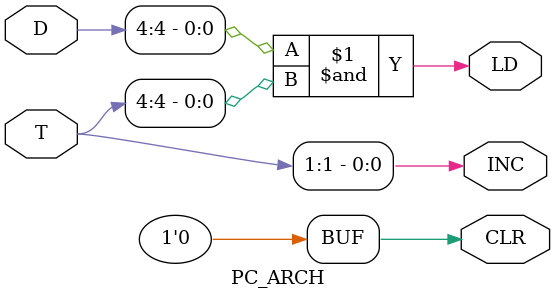
<source format=v>
`timescale 1ns / 1ps


module PC_ARCH ( INC, LD, CLR, D, T);
output  LD, INC, CLR;
input [7:0]  D;
input [7:0] T;

 assign LD = D[4] & T [4];
 assign INC = T[1];
 assign CLR =0;
 endmodule
 


</source>
